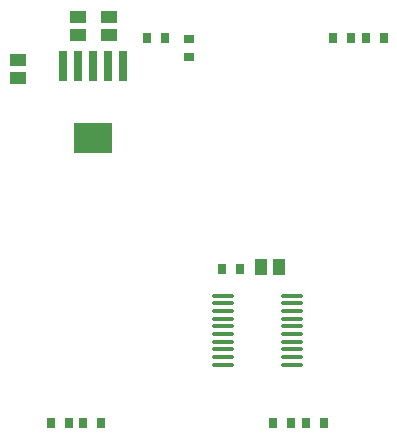
<source format=gbp>
%FSAX43Y43*%
%MOMM*%
G71*
G01*
G75*
G04 Layer_Color=128*
%ADD10R,0.700X0.900*%
%ADD11R,0.900X0.700*%
%ADD12C,0.254*%
%ADD13C,0.500*%
%ADD14C,1.500*%
%ADD15R,1.500X1.500*%
%ADD16R,0.765X0.765*%
%ADD17C,0.765*%
%ADD18C,1.650*%
%ADD19R,1.650X1.650*%
%ADD20C,1.000*%
%ADD21R,1.400X1.100*%
%ADD22R,1.100X1.400*%
%ADD23R,0.700X2.500*%
%ADD24R,3.200X2.500*%
%ADD25O,2.000X0.350*%
%ADD26C,0.200*%
%ADD27C,0.203*%
%ADD28C,0.100*%
%ADD29C,0.178*%
%ADD30R,0.903X1.103*%
%ADD31R,1.103X0.903*%
%ADD32C,1.703*%
%ADD33R,1.703X1.703*%
%ADD34R,0.968X0.968*%
%ADD35C,0.968*%
%ADD36C,1.853*%
%ADD37R,1.853X1.853*%
%ADD38C,1.204*%
%ADD39C,1.203*%
%ADD40R,1.603X1.303*%
%ADD41R,1.303X1.603*%
%ADD42R,0.903X2.703*%
%ADD43R,3.403X2.703*%
%ADD44O,2.203X0.553*%
D10*
X0089015Y0046482D02*
D03*
X0087515D02*
D03*
X0084721Y0046482D02*
D03*
X0086221D02*
D03*
X0070183Y0046482D02*
D03*
X0068683D02*
D03*
X0065925Y0046482D02*
D03*
X0067425D02*
D03*
X0091301Y0079121D02*
D03*
X0089801D02*
D03*
X0092595Y0079121D02*
D03*
X0094095D02*
D03*
X0075553Y0079121D02*
D03*
X0074053D02*
D03*
X0081903Y0059563D02*
D03*
X0080403D02*
D03*
D11*
X0077597Y0077482D02*
D03*
Y0078982D02*
D03*
D21*
X0070866Y0080887D02*
D03*
Y0079387D02*
D03*
X0068199Y0079387D02*
D03*
Y0080887D02*
D03*
X0063119Y0077204D02*
D03*
Y0075704D02*
D03*
D22*
X0085205Y0059690D02*
D03*
X0083705D02*
D03*
D23*
X0072009Y0076710D02*
D03*
X0070739D02*
D03*
X0069469D02*
D03*
X0068199D02*
D03*
X0066929D02*
D03*
D24*
X0069469Y0070610D02*
D03*
D25*
X0086339Y0057281D02*
D03*
Y0056631D02*
D03*
Y0055981D02*
D03*
Y0055331D02*
D03*
Y0054681D02*
D03*
Y0054031D02*
D03*
Y0053381D02*
D03*
Y0052731D02*
D03*
Y0052081D02*
D03*
Y0051431D02*
D03*
X0080539Y0057281D02*
D03*
Y0056631D02*
D03*
Y0055981D02*
D03*
Y0055331D02*
D03*
Y0054681D02*
D03*
Y0054031D02*
D03*
Y0053381D02*
D03*
Y0052731D02*
D03*
Y0052081D02*
D03*
Y0051431D02*
D03*
M02*

</source>
